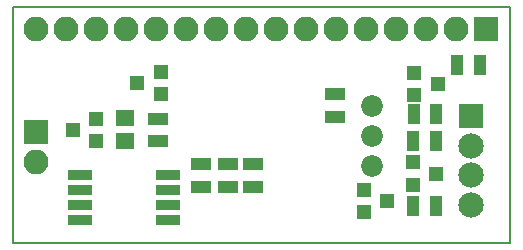
<source format=gbr>
%TF.GenerationSoftware,KiCad,Pcbnew,4.0.7*%
%TF.CreationDate,2018-11-26T14:01:30+00:00*%
%TF.ProjectId,LCD_Controller,4C43445F436F6E74726F6C6C65722E6B,rev?*%
%TF.FileFunction,Soldermask,Bot*%
%FSLAX46Y46*%
G04 Gerber Fmt 4.6, Leading zero omitted, Abs format (unit mm)*
G04 Created by KiCad (PCBNEW 4.0.7) date 11/26/18 14:01:30*
%MOMM*%
%LPD*%
G01*
G04 APERTURE LIST*
%ADD10C,0.150000*%
%ADD11R,1.650000X1.400000*%
%ADD12R,1.300000X1.200000*%
%ADD13R,2.100000X2.100000*%
%ADD14O,2.100000X2.100000*%
%ADD15R,1.700000X1.100000*%
%ADD16R,1.100000X1.700000*%
%ADD17C,1.840000*%
%ADD18R,2.150000X2.150000*%
%ADD19C,2.150000*%
%ADD20R,2.150000X0.950000*%
G04 APERTURE END LIST*
D10*
X181787800Y-69189600D02*
X181787800Y-49174400D01*
X139776200Y-69189600D02*
X181787800Y-69189600D01*
X139776200Y-49174400D02*
X139776200Y-69189600D01*
X181813200Y-49174400D02*
X139776200Y-49174400D01*
D11*
X149250400Y-58563000D03*
X149250400Y-60563000D03*
D12*
X169434000Y-66570900D03*
X169434000Y-64670900D03*
X171434000Y-65620900D03*
D13*
X179832000Y-51054000D03*
D14*
X177292000Y-51054000D03*
X174752000Y-51054000D03*
X172212000Y-51054000D03*
X169672000Y-51054000D03*
X167132000Y-51054000D03*
X164592000Y-51054000D03*
X162052000Y-51054000D03*
X159512000Y-51054000D03*
X156972000Y-51054000D03*
X154432000Y-51054000D03*
X151892000Y-51054000D03*
X149352000Y-51054000D03*
X146812000Y-51054000D03*
X144272000Y-51054000D03*
X141732000Y-51054000D03*
D13*
X141681200Y-59804300D03*
D14*
X141681200Y-62344300D03*
D12*
X173713900Y-56664900D03*
X173713900Y-54764900D03*
X175713900Y-55714900D03*
X173599600Y-64259500D03*
X173599600Y-62359500D03*
X175599600Y-63309500D03*
D15*
X155689300Y-62511900D03*
X155689300Y-64411900D03*
X157911800Y-62499200D03*
X157911800Y-64399200D03*
X152019000Y-58638400D03*
X152019000Y-60538400D03*
X160096200Y-62511900D03*
X160096200Y-64411900D03*
X166966900Y-56593700D03*
X166966900Y-58493700D03*
D16*
X173687700Y-58280300D03*
X175587700Y-58280300D03*
X173649600Y-66052700D03*
X175549600Y-66052700D03*
X179245300Y-54076600D03*
X177345300Y-54076600D03*
X173649600Y-60579000D03*
X175549600Y-60579000D03*
D17*
X170180000Y-62687200D03*
X170180000Y-60147200D03*
X170180000Y-57607200D03*
D12*
X152269700Y-54701400D03*
X152269700Y-56601400D03*
X150269700Y-55651400D03*
X146796000Y-58676500D03*
X146796000Y-60576500D03*
X144796000Y-59626500D03*
D18*
X178536600Y-58445400D03*
D19*
X178536600Y-60945400D03*
X178536600Y-63445400D03*
X178536600Y-65945400D03*
D20*
X152861500Y-63423800D03*
X152861500Y-64693800D03*
X152861500Y-65963800D03*
X152861500Y-67233800D03*
X145461500Y-67233800D03*
X145461500Y-65963800D03*
X145461500Y-64693800D03*
X145461500Y-63423800D03*
M02*

</source>
